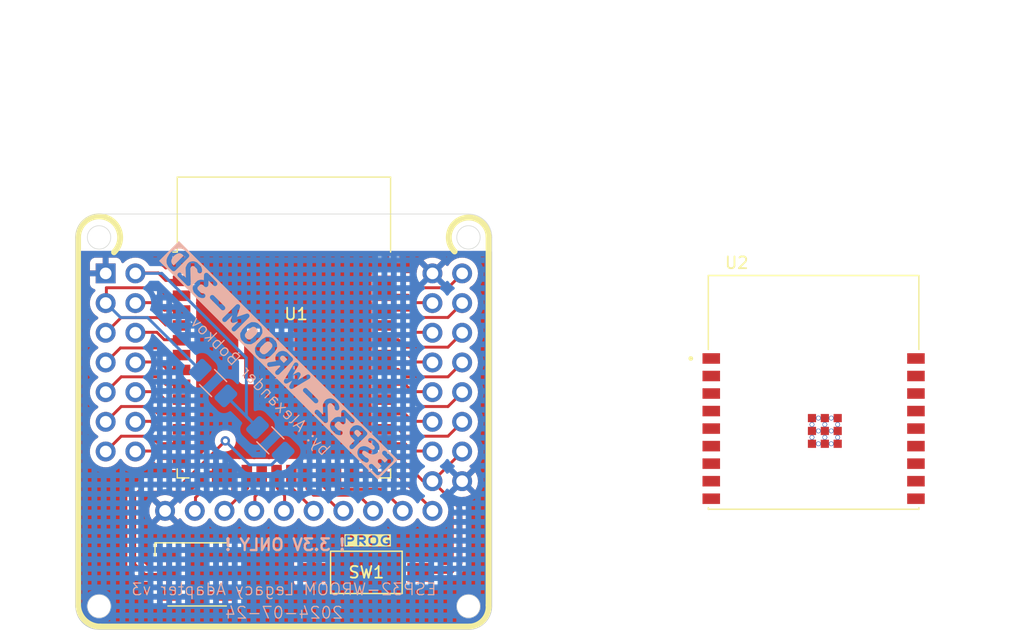
<source format=kicad_pcb>
(kicad_pcb (version 20240108) (generator "pcbnew") (generator_version "8.0")
  (layers (0 "F.Cu" signal) (31 "B.Cu" signal) (34 "B.Paste" user) (35 "F.Paste" user) (36 "B.SilkS" user "B.Silkscreen") (37 "F.SilkS" user "F.Silkscreen") (38 "B.Mask" user) (39 "F.Mask" user) (44 "Edge.Cuts" user))
  (net 0 "")
  (net 1 "GND")
  (net 2 "unconnected-(U1-SENSOR_VP-Pad4)")
  (net 3 "unconnected-(U1-SENSOR_VN-Pad5)")
  (net 4 "unconnected-(U1-IO34-Pad6)")
  (net 5 "unconnected-(U1-IO35-Pad7)")
  (net 6 "unconnected-(U1-IO32-Pad8)")
  (net 7 "unconnected-(U1-IO33-Pad9)")
  (net 8 "unconnected-(U1-IO25-Pad10)")
  (net 9 "unconnected-(U1-IO26-Pad11)")
  (net 10 "unconnected-(U1-IO27-Pad12)")
  (net 11 "unconnected-(U1-IO14-Pad13)")
  (net 12 "unconnected-(U1-IO12-Pad14)")
  (net 13 "unconnected-(U1-IO13-Pad16)")
  (net 14 "unconnected-(U1-SHD{slash}SD2-Pad17)")
  (net 15 "unconnected-(U1-SWP{slash}SD3-Pad18)")
  (net 16 "unconnected-(U1-SCS{slash}CMD-Pad19)")
  (net 17 "unconnected-(U1-SCK{slash}CLK-Pad20)")
  (net 18 "unconnected-(U1-SDO{slash}SD0-Pad21)")
  (net 19 "unconnected-(U1-SDI{slash}SD1-Pad22)")
  (net 20 "unconnected-(U1-IO15-Pad23)")
  (net 21 "unconnected-(U1-IO2-Pad24)")
  (net 22 "unconnected-(U1-IO4-Pad26)")
  (net 23 "unconnected-(U1-IO16-Pad27)")
  (net 24 "unconnected-(U1-IO17-Pad28)")
  (net 25 "unconnected-(U1-IO5-Pad29)")
  (net 26 "unconnected-(U1-IO18-Pad30)")
  (net 27 "unconnected-(U1-IO19-Pad31)")
  (net 28 "unconnected-(U1-NC-Pad32)")
  (net 29 "unconnected-(U1-IO21-Pad33)")
  (net 30 "unconnected-(U1-RXD0{slash}IO3-Pad34)")
  (net 31 "unconnected-(U1-TXD0{slash}IO1-Pad35)")
  (net 32 "unconnected-(U1-IO22-Pad36)")
  (net 33 "unconnected-(U1-IO23-Pad37)")
  (net 34 "+3V3")
  (net 36 "Net-(D1-AB)")
  (net 37 "Net-(U1-EN)")
  (net 38 "/GPIO0")
  (net 39 "GND__17")
  (net 40 "GND__1")
  (footprint "Alexander Footprint Library:LED_5050-6" (layer "F.Cu") (at 152.54 107.075)
    (property "Reference" "D1" (hide yes))
    (property "Value" "LED_SMD_5050")
    (fp_line (start -3.6 -2.7) (end 2.5 -2.7) (stroke (width 0.12)) (layer "F.SilkS"))
    (fp_line (start -3.6 -1.6) (end -3.6 -2.7) (stroke (width 0.12)) (layer "F.SilkS"))
    (fp_line (start 2.5 2.7) (end -2.5 2.7) (stroke (width 0.12)) (layer "F.SilkS"))
    (pad "1" smd rect (at -2.4 -1.7 90) (size 1.1 2) (layers "F.Cu" "F.Paste" "F.Mask") (net 36 "Net-(D1-AB)"))
    (pad "2" smd rect (at -2.4 0 90) (size 1.1 2) (layers "F.Cu" "F.Paste" "F.Mask") (net 36 "Net-(D1-AB)"))
    (pad "3" smd rect (at -2.4 1.7 90) (size 1.1 2) (layers "F.Cu" "F.Paste" "F.Mask") (net 36 "Net-(D1-AB)"))
    (pad "4" smd rect (at 2.4 1.7 90) (size 1.1 2) (layers "F.Cu" "F.Paste" "F.Mask") (net 1 "GND"))
    (pad "5" smd rect (at 2.4 0 90) (size 1.1 2) (layers "F.Cu" "F.Paste" "F.Mask") (net 1 "GND"))
    (pad "6" smd rect (at 2.4 -1.7 90) (size 1.1 2) (layers "F.Cu" "F.Paste" "F.Mask") (net 1 "GND"))
  )
  (footprint "Alexander Footprint Library:SW_SPST_6x3" (layer "F.Cu") (at 167.01 106.9 180)
    (property "Reference" "SW1" (at 0 0 0) (layer "F.SilkS"))
    (property "Value" "SW_Push")
    (fp_line (start 3.06 1.81) (end -3.06 1.81) (stroke (width 0.12)) (layer "F.SilkS"))
    (fp_line (start 3.06 -1.81) (end 3.06 1.81) (stroke (width 0.12)) (layer "F.SilkS"))
    (fp_line (start -3.06 1.81) (end -3.06 -1.81) (stroke (width 0.12)) (layer "F.SilkS"))
    (fp_line (start -3.06 -1.81) (end 3.06 -1.81) (stroke (width 0.12)) (layer "F.SilkS"))
    (pad "1" smd rect (at -4.59 0 180) (size 2.18 1.6) (layers "F.Cu" "F.Paste" "F.Mask") (net 38 "/GPIO0"))
    (pad "2" smd rect (at 4.59 0 180) (size 2.18 1.6) (layers "F.Cu" "F.Paste" "F.Mask") (net 1 "GND"))
  )
  (footprint "Alexander Footprint Library:ESP32-WROOM-Adapter-Legacy-v3" (layer "F.Cu") (at 159.96 88.94)
    (property "Reference" "U1" (at 1.04 -4.14 0) (layer "F.SilkS"))
    (property "Value" "ESP32-WROOM-32D")
    (fp_line (start -17.6 -10.6854) (end -17.6 20.9) (stroke (width 0.5)) (layer "F.SilkS"))
    (fp_line (start -9.12 -15.86) (end -9.12 -9.445) (stroke (width 0.12)) (layer "F.SilkS"))
    (fp_line (start -9.12 -15.86) (end 9.12 -15.86) (stroke (width 0.12)) (layer "F.SilkS"))
    (fp_line (start -9.12 -9.445) (end -9.5 -9.445) (stroke (width 0.12)) (layer "F.SilkS"))
    (fp_line (start -9.12 9.1) (end -9.12 9.88) (stroke (width 0.12)) (layer "F.SilkS"))
    (fp_line (start -9.12 9.88) (end -8.12 9.88) (stroke (width 0.12)) (layer "F.SilkS"))
    (fp_line (start 9.12 -15.86) (end 9.12 -9.445) (stroke (width 0.12)) (layer "F.SilkS"))
    (fp_line (start 9.12 9.1) (end 9.12 9.88) (stroke (width 0.12)) (layer "F.SilkS"))
    (fp_line (start 9.12 9.88) (end 8.12 9.88) (stroke (width 0.12)) (layer "F.SilkS"))
    (fp_line (start 15.8854 22.6) (end -15.7 22.6) (stroke (width 0.5)) (layer "F.SilkS"))
    (fp_line (start 17.5 -10.8) (end 17.5 20.7854) (stroke (width 0.5)) (layer "F.SilkS"))
    (fp_arc (start -17.6 -10.6854) (mid -15.117897 -12.365818) (end -14.527166 -9.427166) (stroke (width 0.5)) (layer "F.SilkS"))
    (fp_arc (start -15.700001 22.60263) (mid -17.00953 22.080265) (end -17.6 20.8) (stroke (width 0.5)) (layer "F.SilkS"))
    (fp_arc (start 14.595841 -9.495841) (mid 15.102381 -12.253488) (end 17.499999 -10.8) (stroke (width 0.5)) (layer "F.SilkS"))
    (fp_arc (start 17.5 20.7854) (mid 17.071898 22.033759) (end 15.880748 22.601944) (stroke (width 0.5)) (layer "F.SilkS"))
    (fp_line (start -17.8054 20.86) (end -17.8054 -10.7) (stroke (width 0.05)) (layer "Edge.Cuts"))
    (fp_line (start -15.8054 -12.7) (end 15.78 -12.7) (stroke (width 0.05)) (layer "Edge.Cuts"))
    (fp_line (start 15.78 22.86) (end -15.8054 22.86) (stroke (width 0.05)) (layer "Edge.Cuts"))
    (fp_line (start 17.78 -10.7) (end 17.78 20.86) (stroke (width 0.05)) (layer "Edge.Cuts"))
    (fp_arc (start -17.8054 -10.7) (mid -17.219614 -12.114214) (end -15.8054 -12.7) (stroke (width 0.05)) (layer "Edge.Cuts"))
    (fp_arc (start -15.8054 22.86) (mid -17.219614 22.274214) (end -17.8054 20.86) (stroke (width 0.05)) (layer "Edge.Cuts"))
    (fp_arc (start 15.78 -12.7) (mid 17.194214 -12.114214) (end 17.78 -10.7) (stroke (width 0.05)) (layer "Edge.Cuts"))
    (fp_arc (start 17.78 20.86) (mid 17.194214 22.274214) (end 15.78 22.86) (stroke (width 0.05)) (layer "Edge.Cuts"))
    (fp_circle (center -15.805401 -10.700001) (end -14.805401 -10.700001) (stroke (width 0.05)) (fill none) (layer "Edge.Cuts"))
    (fp_circle (center -15.805401 20.860001) (end -14.805401 20.860001) (stroke (width 0.05)) (fill none) (layer "Edge.Cuts"))
    (fp_circle (center 15.78 -10.7) (end 16.78 -10.7) (stroke (width 0.05)) (fill none) (layer "Edge.Cuts"))
    (fp_circle (center 15.78 20.86) (end 16.78 20.86) (stroke (width 0.05)) (fill none) (layer "Edge.Cuts"))
    (fp_text user "2024-07-24" (at 0 22 0) (layer "B.SilkS") (effects (font (thickness 0.1)) (justify bottom mirror)))
    (fp_text user "! 3.3V ONLY !" (at 0.1 15.6 0) (layer "B.SilkS") (effects (font (thickness 0.2) (bold yes)) (justify mirror)))
    (fp_text user "by: Alexander Bobkov" (at -2 2 -45) (layer "B.SilkS") (effects (font (thickness 0.1)) (justify mirror)))
    (fp_text user "ESP32-WROOM-32D" (at -0.5 -0.1 -45) (layer "B.SilkS" knockout) (effects (font (size 1.6 1.7) (thickness 0.4) (bold yes)) (justify mirror)))
    (fp_text user "ESP32-WROOM Legacy Adapter v3" (at 0 20 0) (layer "B.SilkS") (effects (font (thickness 0.1)) (justify bottom mirror)))
    (pad "1" thru_hole rect (at -15.24 -7.62) (size 1.7 1.7) (drill 1) (layers "*.Cu" "*.Mask") (net 1 "GND"))
    (pad "1" smd rect (at -8.75 -8.25) (size 1.5 0.9) (layers "F.Cu" "F.Paste" "F.Mask") (net 1 "GND"))
    (pad "2" thru_hole circle (at -12.7 -7.62) (size 1.7 1.7) (drill 1) (layers "*.Cu" "*.Mask") (net 34 "+3V3"))
    (pad "2" smd rect (at -8.75 -6.98) (size 1.5 0.9) (layers "F.Cu" "F.Paste" "F.Mask") (net 34 "+3V3"))
    (pad "3" thru_hole circle (at -15.24 -5.08) (size 1.7 1.7) (drill 1) (layers "*.Cu" "*.Mask") (net 37 "Net-(U1-EN)"))
    (pad "3" smd rect (at -8.75 -5.71) (size 1.5 0.9) (layers "F.Cu" "F.Paste" "F.Mask") (net 37 "Net-(U1-EN)"))
    (pad "4" thru_hole circle (at -12.7 -5.08) (size 1.7 1.7) (drill 1) (layers "*.Cu" "*.Mask") (net 2 "unconnected-(U1-SENSOR_VP-Pad4)"))
    (pad "4" smd rect (at -8.75 -4.44) (size 1.5 0.9) (layers "F.Cu" "F.Paste" "F.Mask") (net 2 "unconnected-(U1-SENSOR_VP-Pad4)"))
    (pad "5" thru_hole circle (at -15.24 -2.54) (size 1.7 1.7) (drill 1) (layers "*.Cu" "*.Mask") (net 3 "unconnected-(U1-SENSOR_VN-Pad5)"))
    (pad "5" smd rect (at -8.75 -3.17) (size 1.5 0.9) (layers "F.Cu" "F.Paste" "F.Mask") (net 3 "unconnected-(U1-SENSOR_VN-Pad5)"))
    (pad "6" thru_hole circle (at -12.7 -2.54) (size 1.7 1.7) (drill 1) (layers "*.Cu" "*.Mask") (net 4 "unconnected-(U1-IO34-Pad6)"))
    (pad "6" smd rect (at -8.75 -1.9) (size 1.5 0.9) (layers "F.Cu" "F.Paste" "F.Mask") (net 4 "unconnected-(U1-IO34-Pad6)"))
    (pad "7" thru_hole circle (at -15.24 0) (size 1.7 1.7) (drill 1) (layers "*.Cu" "*.Mask") (net 5 "unconnected-(U1-IO35-Pad7)"))
    (pad "7" smd rect (at -8.75 -0.63) (size 1.5 0.9) (layers "F.Cu" "F.Paste" "F.Mask") (net 5 "unconnected-(U1-IO35-Pad7)"))
    (pad "8" thru_hole circle (at -12.7 0) (size 1.7 1.7) (drill 1) (layers "*.Cu" "*.Mask") (net 6 "unconnected-(U1-IO32-Pad8)"))
    (pad "8" smd rect (at -8.75 0.64) (size 1.5 0.9) (layers "F.Cu" "F.Paste" "F.Mask") (net 6 "unconnected-(U1-IO32-Pad8)"))
    (pad "9" thru_hole circle (at -15.24 2.54) (size 1.7 1.7) (drill 1) (layers "*.Cu" "*.Mask") (net 7 "unconnected-(U1-IO33-Pad9)"))
    (pad "9" smd rect (at -8.75 1.91) (size 1.5 0.9) (layers "F.Cu" "F.Paste" "F.Mask") (net 7 "unconnected-(U1-IO33-Pad9)"))
    (pad "10" thru_hole circle (at -12.7 2.54) (size 1.7 1.7) (drill 1) (layers "*.Cu" "*.Mask") (net 8 "unconnected-(U1-IO25-Pad10)"))
    (pad "10" smd rect (at -8.75 3.18) (size 1.5 0.9) (layers "F.Cu" "F.Paste" "F.Mask") (net 8 "unconnected-(U1-IO25-Pad10)"))
    (pad "11" thru_hole circle (at -15.24 5.08) (size 1.7 1.7) (drill 1) (layers "*.Cu" "*.Mask") (net 9 "unconnected-(U1-IO26-Pad11)"))
    (pad "11" smd rect (at -8.75 4.45) (size 1.5 0.9) (layers "F.Cu" "F.Paste" "F.Mask") (net 9 "unconnected-(U1-IO26-Pad11)"))
    (pad "12" thru_hole circle (at -12.7 5.08) (size 1.7 1.7) (drill 1) (layers "*.Cu" "*.Mask") (net 10 "unconnected-(U1-IO27-Pad12)"))
    (pad "12" smd rect (at -8.75 5.72) (size 1.5 0.9) (layers "F.Cu" "F.Paste" "F.Mask") (net 10 "unconnected-(U1-IO27-Pad12)"))
    (pad "13" thru_hole circle (at -15.24 7.62) (size 1.7 1.7) (drill 1) (layers "*.Cu" "*.Mask") (net 11 "unconnected-(U1-IO14-Pad13)"))
    (pad "13" smd rect (at -8.75 6.99) (size 1.5 0.9) (layers "F.Cu" "F.Paste" "F.Mask") (net 11 "unconnected-(U1-IO14-Pad13)"))
    (pad "14" thru_hole circle (at -12.7 7.62) (size 1.7 1.7) (drill 1) (layers "*.Cu" "*.Mask") (net 12 "unconnected-(U1-IO12-Pad14)"))
    (pad "14" smd rect (at -8.75 8.26) (size 1.5 0.9) (layers "F.Cu" "F.Paste" "F.Mask") (net 12 "unconnected-(U1-IO12-Pad14)"))
    (pad "15" thru_hole circle (at -10.16 12.7) (size 1.7 1.7) (drill 1) (layers "*.Cu" "*.Mask") (net 1 "GND"))
    (pad "15" smd rect (at -5.71 9.51 90) (size 1.5 0.9) (layers "F.Cu" "F.Paste" "F.Mask") (net 1 "GND"))
    (pad "16" thru_hole circle (at -7.62 12.7) (size 1.7 1.7) (drill 1) (layers "*.Cu" "*.Mask") (net 13 "unconnected-(U1-IO13-Pad16)"))
    (pad "16" smd rect (at -4.44 9.51 90) (size 1.5 0.9) (layers "F.Cu" "F.Paste" "F.Mask") (net 13 "unconnected-(U1-IO13-Pad16)"))
    (pad "17" thru_hole circle (at -5.08 12.7) (size 1.7 1.7) (drill 1) (layers "*.Cu" "*.Mask") (net 14 "unconnected-(U1-SHD{slash}SD2-Pad17)"))
    (pad "17" smd rect (at -3.17 9.51 90) (size 1.5 0.9) (layers "F.Cu" "F.Paste" "F.Mask") (net 14 "unconnected-(U1-SHD{slash}SD2-Pad17)"))
    (pad "18" thru_hole circle (at -2.54 12.7) (size 1.7 1.7) (drill 1) (layers "*.Cu" "*.Mask") (net 15 "unconnected-(U1-SWP{slash}SD3-Pad18)"))
    (pad "18" smd rect (at -1.9 9.51 90) (size 1.5 0.9) (layers "F.Cu" "F.Paste" "F.Mask") (net 15 "unconnected-(U1-SWP{slash}SD3-Pad18)"))
    (pad "19" smd rect (at -0.63 9.51 90) (size 1.5 0.9) (layers "F.Cu" "F.Paste" "F.Mask") (net 16 "unconnected-(U1-SCS{slash}CMD-Pad19)"))
    (pad "19" thru_hole circle (at 0 12.7) (size 1.7 1.7) (drill 1) (layers "*.Cu" "*.Mask") (net 16 "unconnected-(U1-SCS{slash}CMD-Pad19)"))
    (pad "20" smd rect (at 0.64 9.51 90) (size 1.5 0.9) (layers "F.Cu" "F.Paste" "F.Mask") (net 17 "unconnected-(U1-SCK{slash}CLK-Pad20)"))
    (pad "20" thru_hole circle (at 2.54 12.7) (size 1.7 1.7) (drill 1) (layers "*.Cu" "*.Mask") (net 17 "unconnected-(U1-SCK{slash}CLK-Pad20)"))
    (pad "21" smd rect (at 1.91 9.51 90) (size 1.5 0.9) (layers "F.Cu" "F.Paste" "F.Mask") (net 18 "unconnected-(U1-SDO{slash}SD0-Pad21)"))
    (pad "21" thru_hole circle (at 5.08 12.7) (size 1.7 1.7) (drill 1) (layers "*.Cu" "*.Mask") (net 18 "unconnected-(U1-SDO{slash}SD0-Pad21)"))
    (pad "22" smd rect (at 3.18 9.51 90) (size 1.5 0.9) (layers "F.Cu" "F.Paste" "F.Mask") (net 19 "unconnected-(U1-SDI{slash}SD1-Pad22)"))
    (pad "22" thru_hole circle (at 7.62 12.7) (size 1.7 1.7) (drill 1) (layers "*.Cu" "*.Mask") (net 19 "unconnected-(U1-SDI{slash}SD1-Pad22)"))
    (pad "23" smd rect (at 4.45 9.51 90) (size 1.5 0.9) (layers "F.Cu" "F.Paste" "F.Mask") (net 20 "unconnected-(U1-IO15-Pad23)"))
    (pad "23" thru_hole circle (at 10.16 12.7) (size 1.7 1.7) (drill 1) (layers "*.Cu" "*.Mask") (net 20 "unconnected-(U1-IO15-Pad23)"))
    (pad "24" smd rect (at 5.72 9.51 90) (size 1.5 0.9) (layers "F.Cu" "F.Paste" "F.Mask") (net 21 "unconnected-(U1-IO2-Pad24)"))
    (pad "24" thru_hole circle (at 12.7 12.7) (size 1.7 1.7) (drill 1) (layers "*.Cu" "*.Mask") (net 21 "unconnected-(U1-IO2-Pad24)"))
    (pad "25" smd rect (at 8.75 8.26) (size 1.5 0.9) (layers "F.Cu" "F.Paste" "F.Mask") (net 38 "/GPIO0"))
    (pad "25" thru_hole circle (at 12.7 10.16) (size 1.7 1.7) (drill 1) (layers "*.Cu" "*.Mask") (net 38 "/GPIO0"))
    (pad "25" thru_hole circle (at 15.24 7.62) (size 1.7 1.7) (drill 1) (layers "*.Cu" "*.Mask") (net 38 "/GPIO0"))
    (pad "26" smd rect (at 8.75 6.99) (size 1.5 0.9) (layers "F.Cu" "F.Paste" "F.Mask") (net 22 "unconnected-(U1-IO4-Pad26)"))
    (pad "26" thru_hole circle (at 12.7 7.62) (size 1.7 1.7) (drill 1) (layers "*.Cu" "*.Mask") (net 22 "unconnected-(U1-IO4-Pad26)"))
    (pad "27" smd rect (at 8.75 5.72) (size 1.5 0.9) (layers "F.Cu" "F.Paste" "F.Mask") (net 23 "unconnected-(U1-IO16-Pad27)"))
    (pad "27" thru_hole circle (at 15.24 5.08) (size 1.7 1.7) (drill 1) (layers "*.Cu" "*.Mask") (net 23 "unconnected-(U1-IO16-Pad27)"))
    (pad "28" smd rect (at 8.75 4.45) (size 1.5 0.9) (layers "F.Cu" "F.Paste" "F.Mask") (net 24 "unconnected-(U1-IO17-Pad28)"))
    (pad "28" thru_hole circle (at 12.7 5.08) (size 1.7 1.7) (drill 1) (layers "*.Cu" "*.Mask") (net 24 "unconnected-(U1-IO17-Pad28)"))
    (pad "29" smd rect (at 8.75 3.18) (size 1.5 0.9) (layers "F.Cu" "F.Paste" "F.Mask") (net 25 "unconnected-(U1-IO5-Pad29)"))
    (pad "29" thru_hole circle (at 15.24 2.54) (size 1.7 1.7) (drill 1) (layers "*.Cu" "*.Mask") (net 25 "unconnected-(U1-IO5-Pad29)"))
    (pad "30" smd rect (at 8.75 1.91) (size 1.5 0.9) (layers "F.Cu" "F.Paste" "F.Mask") (net 26 "unconnected-(U1-IO18-Pad30)"))
    (pad "30" thru_hole circle (at 12.7 2.54) (size 1.7 1.7) (drill 1) (layers "*.Cu" "*.Mask") (net 26 "unconnected-(U1-IO18-Pad30)"))
    (pad "31" smd rect (at 8.75 0.64) (size 1.5 0.9) (layers "F.Cu" "F.Paste" "F.Mask") (net 27 "unconnected-(U1-IO19-Pad31)"))
    (pad "31" thru_hole circle (at 15.24 0) (size 1.7 1.7) (drill 1) (layers "*.Cu" "*.Mask") (net 27 "unconnected-(U1-IO19-Pad31)"))
    (pad "32" smd rect (at 8.75 -0.63) (size 1.5 0.9) (layers "F.Cu" "F.Paste" "F.Mask") (net 28 "unconnected-(U1-NC-Pad32)"))
    (pad "32" thru_hole circle (at 12.7 0) (size 1.7 1.7) (drill 1) (layers "*.Cu" "*.Mask"))
    (pad "33" smd rect (at 8.75 -1.9) (size 1.5 0.9) (layers "F.Cu" "F.Paste" "F.Mask") (net 29 "unconnected-(U1-IO21-Pad33)"))
    (pad "33" thru_hole circle (at 15.24 -2.54) (size 1.7 1.7) (drill 1) (layers "*.Cu" "*.Mask") (net 29 "unconnected-(U1-IO21-Pad33)"))
    (pad "34" smd rect (at 8.75 -3.17) (size 1.5 0.9) (layers "F.Cu" "F.Paste" "F.Mask") (net 30 "unconnected-(U1-RXD0{slash}IO3-Pad34)"))
    (pad "34" thru_hole circle (at 12.7 -2.54) (size 1.7 1.7) (drill 1) (layers "*.Cu" "*.Mask") (net 30 "unconnected-(U1-RXD0{slash}IO3-Pad34)"))
    (pad "35" smd rect (at 8.75 -4.44) (size 1.5 0.9) (layers "F.Cu" "F.Paste" "F.Mask") (net 31 "unconnected-(U1-TXD0{slash}IO1-Pad35)"))
    (pad "35" thru_hole circle (at 15.24 -5.08) (size 1.7 1.7) (drill 1) (layers "*.Cu" "*.Mask") (net 31 "unconnected-(U1-TXD0{slash}IO1-Pad35)"))
    (pad "36" smd rect (at 8.75 -5.71) (size 1.5 0.9) (layers "F.Cu" "F.Paste" "F.Mask") (net 32 "unconnected-(U1-IO22-Pad36)"))
    (pad "36" thru_hole circle (at 12.7 -5.08) (size 1.7 1.7) (drill 1) (layers "*.Cu" "*.Mask") (net 32 "unconnected-(U1-IO22-Pad36)"))
    (pad "37" smd rect (at 8.75 -6.98) (size 1.5 0.9) (layers "F.Cu" "F.Paste" "F.Mask") (net 33 "unconnected-(U1-IO23-Pad37)"))
    (pad "37" thru_hole circle (at 15.24 -7.62) (size 1.7 1.7) (drill 1) (layers "*.Cu" "*.Mask") (net 33 "unconnected-(U1-IO23-Pad37)"))
    (pad "38" smd rect (at 8.75 -8.25) (size 1.5 0.9) (layers "F.Cu" "F.Paste" "F.Mask") (net 1 "GND"))
    (pad "38" thru_hole circle (at 12.7 -7.62) (size 1.7 1.7) (drill 1) (layers "*.Cu" "*.Mask") (net 1 "GND"))
    (pad "38" thru_hole circle (at 15.24 10.16) (size 1.7 1.7) (drill 1) (layers "*.Cu" "*.Mask") (net 1 "GND"))
    (pad "39" smd rect (at -1.5 -0.53) (size 3.8 3.8) (layers "F.Cu" "F.Mask") (net 1 "GND"))
    (zone (net 0) (net_name "") (layers "*.Cu") (connect_pads (clearance 0)) (min_thickness 0.254)
      (keepout (tracks not_allowed) (vias not_allowed) (pads not_allowed) (copperpour not_allowed) (footprints not_allowed))
      (fill (thermal_gap 0.508) (thermal_bridge_width 0.508))
      (polygon (pts (xy 135.96 79.39) (xy 183.96 79.39) (xy 183.96 58.2) (xy 135.96 58.2)))
    )
  )
  (footprint "Alexander Footprint Library:ESP32-C3-WROOM-02-H4" (layer "F.Cu") (at 205.25 91.5)
    (property "Reference" "U2" (at -6.575 -11.085 0) (layer "F.SilkS"))
    (property "Value" "ESP32-C3-WROOM-02-N4")
    (fp_line (start -9 -10) (end -9 -3.67) (stroke (width 0.127)) (layer "F.SilkS"))
    (fp_line (start -9 10) (end -9 9.87) (stroke (width 0.127)) (layer "F.SilkS"))
    (fp_line (start -9 10) (end 9 10) (stroke (width 0.127)) (layer "F.SilkS"))
    (fp_line (start 9 -10) (end -9 -10) (stroke (width 0.127)) (layer "F.SilkS"))
    (fp_line (start 9 -3.67) (end 9 -10) (stroke (width 0.127)) (layer "F.SilkS"))
    (fp_line (start 9 10) (end 9 9.87) (stroke (width 0.127)) (layer "F.SilkS"))
    (fp_circle (center -10.5 -2.9) (end -10.4 -2.9) (stroke (width 0.2)) (fill none) (layer "F.SilkS"))
    (pad "1" smd rect (at -8.75 -2.9) (size 1.5 0.9) (layers "F.Cu" "F.Paste" "F.Mask"))
    (pad "2" smd rect (at -8.75 -1.4) (size 1.5 0.9) (layers "F.Cu" "F.Paste" "F.Mask"))
    (pad "3" smd rect (at -8.75 0.1) (size 1.5 0.9) (layers "F.Cu" "F.Paste" "F.Mask"))
    (pad "4" smd rect (at -8.75 1.6) (size 1.5 0.9) (layers "F.Cu" "F.Paste" "F.Mask"))
    (pad "5" smd rect (at -8.75 3.1) (size 1.5 0.9) (layers "F.Cu" "F.Paste" "F.Mask"))
    (pad "6" smd rect (at -8.75 4.6) (size 1.5 0.9) (layers "F.Cu" "F.Paste" "F.Mask"))
    (pad "7" smd rect (at -8.75 6.1) (size 1.5 0.9) (layers "F.Cu" "F.Paste" "F.Mask"))
    (pad "8" smd rect (at -8.75 7.6) (size 1.5 0.9) (layers "F.Cu" "F.Paste" "F.Mask"))
    (pad "9" smd rect (at -8.75 9.1) (size 1.5 0.9) (layers "F.Cu" "F.Paste" "F.Mask") (net 40 "GND__1"))
    (pad "10" smd rect (at 8.75 9.1) (size 1.5 0.9) (layers "F.Cu" "F.Paste" "F.Mask"))
    (pad "11" smd rect (at 8.75 7.6) (size 1.5 0.9) (layers "F.Cu" "F.Paste" "F.Mask"))
    (pad "12" smd rect (at 8.75 6.1) (size 1.5 0.9) (layers "F.Cu" "F.Paste" "F.Mask"))
    (pad "13" smd rect (at 8.75 4.6) (size 1.5 0.9) (layers "F.Cu" "F.Paste" "F.Mask"))
    (pad "14" smd rect (at 8.75 3.1) (size 1.5 0.9) (layers "F.Cu" "F.Paste" "F.Mask"))
    (pad "15" smd rect (at 8.75 1.6) (size 1.5 0.9) (layers "F.Cu" "F.Paste" "F.Mask"))
    (pad "16" smd rect (at 8.75 0.1) (size 1.5 0.9) (layers "F.Cu" "F.Paste" "F.Mask"))
    (pad "17" smd rect (at 8.75 -1.4) (size 1.5 0.9) (layers "F.Cu" "F.Paste" "F.Mask"))
    (pad "18" smd rect (at 8.75 -2.9) (size 1.5 0.9) (layers "F.Cu" "F.Paste" "F.Mask"))
    (pad "19" smd rect (at -0.14 2.2) (size 0.7 0.7) (layers "F.Cu" "F.Paste" "F.Mask") (net 40 "GND__1"))
    (pad "20" smd rect (at 0.96 2.2) (size 0.7 0.7) (layers "F.Cu" "F.Paste" "F.Mask") (net 40 "GND__1"))
    (pad "21" smd rect (at 2.06 2.2) (size 0.7 0.7) (layers "F.Cu" "F.Paste" "F.Mask") (net 40 "GND__1"))
    (pad "22" smd rect (at -0.14 3.3) (size 0.7 0.7) (layers "F.Cu" "F.Paste" "F.Mask") (net 40 "GND__1"))
    (pad "23" smd rect (at 0.96 3.3) (size 0.7 0.7) (layers "F.Cu" "F.Paste" "F.Mask") (net 40 "GND__1"))
    (pad "24" smd rect (at 2.06 3.3) (size 0.7 0.7) (layers "F.Cu" "F.Paste" "F.Mask") (net 40 "GND__1"))
    (pad "25" smd rect (at -0.14 4.4) (size 0.7 0.7) (layers "F.Cu" "F.Paste" "F.Mask") (net 40 "GND__1"))
    (pad "26" smd rect (at 0.96 4.4) (size 0.7 0.7) (layers "F.Cu" "F.Paste" "F.Mask") (net 40 "GND__1"))
    (pad "27" smd rect (at 2.06 4.4) (size 0.7 0.7) (layers "F.Cu" "F.Paste" "F.Mask") (net 40 "GND__1"))
    (pad "28" thru_hole circle (at 0.41 2.2) (size 0.4 0.4) (drill 0.3) (layers "*.Cu") (net 40 "GND__1"))
    (pad "29" thru_hole circle (at 1.51 2.2) (size 0.4 0.4) (drill 0.3) (layers "*.Cu") (net 40 "GND__1"))
    (pad "30" thru_hole circle (at -0.14 2.75) (size 0.4 0.4) (drill 0.3) (layers "*.Cu") (net 40 "GND__1"))
    (pad "31" thru_hole circle (at 0.96 2.75) (size 0.4 0.4) (drill 0.3) (layers "*.Cu") (net 40 "GND__1"))
    (pad "32" thru_hole circle (at 2.06 2.75) (size 0.4 0.4) (drill 0.3) (layers "*.Cu") (net 40 "GND__1"))
    (pad "33" thru_hole circle (at 0.41 3.3) (size 0.4 0.4) (drill 0.3) (layers "*.Cu") (net 40 "GND__1"))
    (pad "34" thru_hole circle (at 1.51 3.3) (size 0.4 0.4) (drill 0.3) (layers "*.Cu") (net 40 "GND__1"))
    (pad "35" thru_hole circle (at -0.14 3.85) (size 0.4 0.4) (drill 0.3) (layers "*.Cu") (net 39 "GND__17"))
    (pad "36" thru_hole circle (at 0.96 3.85) (size 0.4 0.4) (drill 0.3) (layers "*.Cu") (net 39 "GND__17"))
    (pad "37" thru_hole circle (at 2.06 3.85) (size 0.4 0.4) (drill 0.3) (layers "*.Cu") (net 39 "GND__17"))
    (pad "38" thru_hole circle (at 0.41 4.4) (size 0.4 0.4) (drill 0.3) (layers "*.Cu") (net 39 "GND__17"))
    (pad "39" thru_hole circle (at 1.51 4.4) (size 0.4 0.4) (drill 0.3) (layers "*.Cu") (net 39 "GND__17"))
    (zone (net 0) (net_name "") (layer "F.Cu") (connect_pads (clearance 0)) (min_thickness 0.01)
      (keepout (tracks not_allowed) (vias not_allowed) (pads not_allowed) (copperpour not_allowed) (footprints allowed))
      (fill (thermal_gap 0.508) (thermal_bridge_width 0.508))
      (polygon (pts (xy 196.25 81.5) (xy 214.25 81.5) (xy 214.25 87.5) (xy 196.25 87.5)))
    )
    (zone (net 0) (net_name "") (layer "B.Cu") (connect_pads (clearance 0)) (min_thickness 0.01)
      (keepout (tracks not_allowed) (vias not_allowed) (pads not_allowed) (copperpour not_allowed) (footprints allowed))
      (fill (thermal_gap 0.508) (thermal_bridge_width 0.508))
      (polygon (pts (xy 196.25 81.5) (xy 214.25 81.5) (xy 214.25 87.5) (xy 196.25 87.5)))
    )
  )
  (footprint "Resistor_SMD:R_1206_3216Metric_Pad1.30x1.75mm_HandSolder" (layer "B.Cu") (at 153.903984 90.703984 135)
    (property "Reference" "R2" (hide yes))
    (property "Value" "R")
    (fp_line (start 0.727064 -0.91) (end -0.727064 -0.91) (stroke (width 0.12)) (layer "B.SilkS"))
    (fp_line (start 0.727064 0.91) (end -0.727064 0.91) (stroke (width 0.12)) (layer "B.SilkS"))
    (pad "1" smd roundrect (at -1.550001 0 135) (size 1.3 1.75) (layers "B.Cu" "B.Paste" "B.Mask") (roundrect_rratio 0.192308) (net 34 "+3V3"))
    (pad "2" smd roundrect (at 1.550001 0 135) (size 1.3 1.75) (layers "B.Cu" "B.Paste" "B.Mask") (roundrect_rratio 0.192308) (net 37 "Net-(U1-EN)"))
  )
  (footprint "Resistor_SMD:R_1206_3216Metric_Pad1.30x1.75mm_HandSolder" (layer "B.Cu") (at 158.8 95.603984 -45)
    (property "Reference" "R1" (hide yes))
    (property "Value" "R")
    (fp_line (start 0.727064 0.91) (end -0.727064 0.91) (stroke (width 0.12)) (layer "B.SilkS"))
    (fp_line (start 0.727064 -0.91) (end -0.727064 -0.91) (stroke (width 0.12)) (layer "B.SilkS"))
    (pad "1" smd roundrect (at -1.550001 0 315) (size 1.3 1.75) (layers "B.Cu" "B.Paste" "B.Mask") (roundrect_rratio 0.192308) (net 34 "+3V3"))
    (pad "2" smd roundrect (at 1.550001 0 315) (size 1.3 1.75) (layers "B.Cu" "B.Paste" "B.Mask") (roundrect_rratio 0.192308) (net 36 "Net-(D1-AB)"))
  )
  (gr_text "PROG" (at 167.1 104.2 0) (layer "F.SilkS" knockout) (effects (font (size 0.7 1) (thickness 0.175) (bold yes))))
  (segment (start 147.32 83.82) (end 149.098 83.82) (width 0.25) (layer "F.Cu") (net 2))
  (segment (start 149.098 83.82) (end 149.738 84.46) (width 0.25) (layer "F.Cu") (net 2))
  (segment (start 149.738 84.46) (end 151.27 84.46) (width 0.25) (layer "F.Cu") (net 2))
  (segment (start 144.78 86.36) (end 146.04 85.1) (width 0.25) (layer "F.Cu") (net 3))
  (segment (start 149.86 85.73) (end 151.27 85.73) (width 0.25) (layer "F.Cu") (net 3))
  (segment (start 149.23 85.1) (end 149.86 85.73) (width 0.25) (layer "F.Cu") (net 3))
  (segment (start 146.04 85.1) (end 149.23 85.1) (width 0.25) (layer "F.Cu") (net 3))
  (segment (start 149.098 86.36) (end 147.32 86.36) (width 0.25) (layer "F.Cu") (net 4))
  (segment (start 149.738 87) (end 149.098 86.36) (width 0.25) (layer "F.Cu") (net 4))
  (segment (start 151.27 87) (end 149.738 87) (width 0.25) (layer "F.Cu") (net 4))
  (segment (start 145.98 87.7) (end 149.29 87.7) (width 0.25) (layer "F.Cu") (net 5))
  (segment (start 149.86 88.27) (end 151.27 88.27) (width 0.25) (layer "F.Cu") (net 5))
  (segment (start 144.78 88.9) (end 145.98 87.7) (width 0.25) (layer "F.Cu") (net 5))
  (segment (start 149.29 87.7) (end 149.86 88.27) (width 0.25) (layer "F.Cu") (net 5))
  (segment (start 151.27 89.54) (end 149.992 89.54) (width 0.25) (layer "F.Cu") (net 6))
  (segment (start 149.352 88.9) (end 147.32 88.9) (width 0.25) (layer "F.Cu") (net 6))
  (segment (start 149.992 89.54) (end 149.352 88.9) (width 0.25) (layer "F.Cu") (net 6))
  (segment (start 149.22 90.17) (end 149.86 90.81) (width 0.25) (layer "F.Cu") (net 7))
  (segment (start 146.05 90.17) (end 149.22 90.17) (width 0.25) (layer "F.Cu") (net 7))
  (segment (start 144.78 91.44) (end 146.05 90.17) (width 0.25) (layer "F.Cu") (net 7))
  (segment (start 149.86 90.81) (end 151.27 90.81) (width 0.25) (layer "F.Cu") (net 7))
  (segment (start 149.738 92.08) (end 149.098 91.44) (width 0.25) (layer "F.Cu") (net 8))
  (segment (start 151.27 92.08) (end 149.738 92.08) (width 0.25) (layer "F.Cu") (net 8))
  (segment (start 149.098 91.44) (end 147.32 91.44) (width 0.25) (layer "F.Cu") (net 8))
  (segment (start 148.59 92.71) (end 146.05 92.71) (width 0.25) (layer "F.Cu") (net 9))
  (segment (start 149.23 93.35) (end 148.59 92.71) (width 0.25) (layer "F.Cu") (net 9))
  (segment (start 146.05 92.71) (end 144.78 93.98) (width 0.25) (layer "F.Cu") (net 9))
  (segment (start 151.27 93.35) (end 149.23 93.35) (width 0.25) (layer "F.Cu") (net 9))
  (segment (start 151.27 94.62) (end 149.23 94.62) (width 0.25) (layer "F.Cu") (net 10))
  (segment (start 148.59 93.98) (end 147.32 93.98) (width 0.25) (layer "F.Cu") (net 10))
  (segment (start 149.23 94.62) (end 148.59 93.98) (width 0.25) (layer "F.Cu") (net 10))
  (segment (start 144.78 96.52) (end 146.05 95.25) (width 0.25) (layer "F.Cu") (net 11))
  (segment (start 146.05 95.25) (end 148.59 95.25) (width 0.25) (layer "F.Cu") (net 11))
  (segment (start 149.23 95.89) (end 151.27 95.89) (width 0.25) (layer "F.Cu") (net 11))
  (segment (start 148.59 95.25) (end 149.23 95.89) (width 0.25) (layer "F.Cu") (net 11))
  (segment (start 148.844 96.52) (end 147.32 96.52) (width 0.25) (layer "F.Cu") (net 12))
  (segment (start 149.484 97.16) (end 148.844 96.52) (width 0.25) (layer "F.Cu") (net 12))
  (segment (start 151.27 97.16) (end 149.484 97.16) (width 0.25) (layer "F.Cu") (net 12))
  (segment (start 152.4 101.6) (end 152.4 100.5) (width 0.25) (layer "F.Cu") (net 13))
  (segment (start 155.4 100.1) (end 155.58 99.92) (width 0.25) (layer "F.Cu") (net 13))
  (segment (start 152.8 100.1) (end 155.4 100.1) (width 0.25) (layer "F.Cu") (net 13))
  (segment (start 155.58 99.92) (end 155.58 98.41) (width 0.25) (layer "F.Cu") (net 13))
  (segment (start 152.4 100.5) (end 152.8 100.1) (width 0.25) (layer "F.Cu") (net 13))
  (segment (start 154.94 101.6) (end 156.85 99.69) (width 0.25) (layer "F.Cu") (net 14))
  (segment (start 156.85 99.69) (end 156.85 98.41) (width 0.25) (layer "F.Cu") (net 14))
  (segment (start 157.48 100.42) (end 158.12 99.78) (width 0.25) (layer "F.Cu") (net 15))
  (segment (start 158.12 99.78) (end 158.12 98.41) (width 0.25) (layer "F.Cu") (net 15))
  (segment (start 157.48 101.6) (end 157.48 100.42) (width 0.25) (layer "F.Cu") (net 15))
  (segment (start 160.02 101.6) (end 160.02 100.32) (width 0.25) (layer "F.Cu") (net 16))
  (segment (start 159.39 99.69) (end 159.39 98.41) (width 0.25) (layer "F.Cu") (net 16))
  (segment (start 160.02 100.32) (end 159.39 99.69) (width 0.25) (layer "F.Cu") (net 16))
  (segment (start 162.56 101.6) (end 160.66 99.7) (width 0.25) (layer "F.Cu") (net 17))
  (segment (start 160.66 99.7) (end 160.66 98.41) (width 0.25) (layer "F.Cu") (net 17))
  (segment (start 163.4 100.3) (end 162.5 100.3) (width 0.25) (layer "F.Cu") (net 18))
  (segment (start 161.93 99.73) (end 161.93 98.41) (width 0.25) (layer "F.Cu") (net 18))
  (segment (start 164.7 101.6) (end 163.4 100.3) (width 0.25) (layer "F.Cu") (net 18))
  (segment (start 165.1 101.6) (end 164.7 101.6) (width 0.25) (layer "F.Cu") (net 18))
  (segment (start 162.5 100.3) (end 161.93 99.73) (width 0.25) (layer "F.Cu") (net 18))
  (segment (start 164.09 100.3) (end 166.34 100.3) (width 0.25) (layer "F.Cu") (net 19))
  (segment (start 163.2 98.41) (end 163.2 99.41) (width 0.25) (layer "F.Cu") (net 19))
  (segment (start 166.34 100.3) (end 167.64 101.6) (width 0.25) (layer "F.Cu") (net 19))
  (segment (start 163.2 99.41) (end 164.09 100.3) (width 0.25) (layer "F.Cu") (net 19))
  (segment (start 164.47 99.41) (end 164.86 99.8) (width 0.25) (layer "F.Cu") (net 20))
  (segment (start 164.47 98.41) (end 164.47 99.41) (width 0.25) (layer "F.Cu") (net 20))
  (segment (start 168.38 99.8) (end 170.18 101.6) (width 0.25) (layer "F.Cu") (net 20))
  (segment (start 164.86 99.8) (end 168.38 99.8) (width 0.25) (layer "F.Cu") (net 20))
  (segment (start 169.53 98.41) (end 172.72 101.6) (width 0.25) (layer "F.Cu") (net 21))
  (segment (start 165.74 98.41) (end 169.53 98.41) (width 0.25) (layer "F.Cu") (net 21))
  (segment (start 170.942 96.52) (end 172.72 96.52) (width 0.25) (layer "F.Cu") (net 22))
  (segment (start 170.312 95.89) (end 170.942 96.52) (width 0.25) (layer "F.Cu") (net 22))
  (segment (start 168.77 95.89) (end 170.312 95.89) (width 0.25) (layer "F.Cu") (net 22))
  (segment (start 173.99 95.25) (end 175.26 93.98) (width 0.25) (layer "F.Cu") (net 23))
  (segment (start 169.733 94.62) (end 170.363 95.25) (width 0.25) (layer "F.Cu") (net 23))
  (segment (start 170.363 95.25) (end 173.99 95.25) (width 0.25) (layer "F.Cu") (net 23))
  (segment (start 168.77 94.62) (end 169.733 94.62) (width 0.25) (layer "F.Cu") (net 23))
  (segment (start 168.77 93.35) (end 170.312 93.35) (width 0.25) (layer "F.Cu") (net 24))
  (segment (start 170.942 93.98) (end 172.72 93.98) (width 0.25) (layer "F.Cu") (net 24))
  (segment (start 170.312 93.35) (end 170.942 93.98) (width 0.25) (layer "F.Cu") (net 24))
  (segment (start 171.074 92.08) (end 171.704 92.71) (width 0.25) (layer "F.Cu") (net 25))
  (segment (start 173.99 92.71) (end 175.26 91.44) (width 0.25) (layer "F.Cu") (net 25))
  (segment (start 168.77 92.08) (end 171.074 92.08) (width 0.25) (layer "F.Cu") (net 25))
  (segment (start 171.704 92.71) (end 173.99 92.71) (width 0.25) (layer "F.Cu") (net 25))
  (segment (start 170.942 91.44) (end 172.72 91.44) (width 0.25) (layer "F.Cu") (net 26))
  (segment (start 170.312 90.81) (end 170.942 91.44) (width 0.25) (layer "F.Cu") (net 26))
  (segment (start 168.77 90.81) (end 170.312 90.81) (width 0.25) (layer "F.Cu") (net 26))
  (segment (start 173.99 90.17) (end 175.26 88.9) (width 0.25) (layer "F.Cu") (net 27))
  (segment (start 168.77 89.54) (end 169.733 89.54) (width 0.25) (layer "F.Cu") (net 27))
  (segment (start 170.363 90.17) (end 173.99 90.17) (width 0.25) (layer "F.Cu") (net 27))
  (segment (start 169.733 89.54) (end 170.363 90.17) (width 0.25) (layer "F.Cu") (net 27))
  (segment (start 171.196 88.9) (end 172.72 88.9) (width 0.25) (layer "F.Cu") (net 28))
  (segment (start 168.77 88.27) (end 170.566 88.27) (width 0.25) (layer "F.Cu") (net 28))
  (segment (start 170.566 88.27) (end 171.196 88.9) (width 0.25) (layer "F.Cu") (net 28))
  (segment (start 170.363 87.63) (end 173.99 87.63) (width 0.25) (layer "F.Cu") (net 29))
  (segment (start 173.99 87.63) (end 175.26 86.36) (width 0.25) (layer "F.Cu") (net 29))
  (segment (start 168.77 87) (end 169.733 87) (width 0.25) (layer "F.Cu") (net 29))
  (segment (start 169.733 87) (end 170.363 87.63) (width 0.25) (layer "F.Cu") (net 29))
  (segment (start 168.77 85.73) (end 170.566 85.73) (width 0.25) (layer "F.Cu") (net 30))
  (segment (start 170.566 85.73) (end 171.196 86.36) (width 0.25) (layer "F.Cu") (net 30))
  (segment (start 171.196 86.36) (end 172.72 86.36) (width 0.25) (layer "F.Cu") (net 30))
  (segment (start 170.82 84.46) (end 171.45 85.09) (width 0.25) (layer "F.Cu") (net 31))
  (segment (start 173.99 85.09) (end 175.26 83.82) (width 0.25) (layer "F.Cu") (net 31))
  (segment (start 171.45 85.09) (end 173.99 85.09) (width 0.25) (layer "F.Cu") (net 31))
  (segment (start 168.77 84.46) (end 170.82 84.46) (width 0.25) (layer "F.Cu") (net 31))
  (segment (start 168.77 83.19) (end 170.566 83.19) (width 0.25) (layer "F.Cu") (net 32))
  (segment (start 170.566 83.19) (end 171.196 83.82) (width 0.25) (layer "F.Cu") (net 32))
  (segment (start 171.196 83.82) (end 172.72 83.82) (width 0.25) (layer "F.Cu") (net 32))
  (segment (start 173.99 82.55) (end 175.26 81.28) (width 0.25) (layer "F.Cu") (net 33))
  (segment (start 168.77 81.92) (end 170.82 81.92) (width 0.25) (layer "F.Cu") (net 33))
  (segment (start 170.82 81.92) (end 171.45 82.55) (width 0.25) (layer "F.Cu") (net 33))
  (segment (start 171.45 82.55) (end 173.99 82.55) (width 0.25) (layer "F.Cu") (net 33))
  (segment (start 149.22 81.28) (end 149.86 81.92) (width 0.25) (layer "F.Cu") (net 34))
  (segment (start 151.27 81.92) (end 149.86 81.92) (width 0.25) (layer "F.Cu") (net 34))
  (segment (start 147.32 81.28) (end 149.22 81.28) (width 0.25) (layer "F.Cu") (net 34))
  (segment (start 147.26 81.32) (end 149.52 81.32) (width 0.25) (layer "B.Cu") (net 34))
  (segment (start 157.703984 94.503984) (end 157.703984 94.507968) (width 0.25) (layer "B.Cu") (net 34))
  (segment (start 156.75 93.55) (end 157 93.8) (width 0.25) (layer "B.Cu") (net 34))
  (segment (start 149.52 81.32) (end 156.75 88.55) (width 0.25) (layer "B.Cu") (net 34))
  (segment (start 156.75 88.55) (end 156.75 93.55) (width 0.25) (layer "B.Cu") (net 34))
  (segment (start 155 91.8) (end 157.703984 94.503984) (width 0.25) (layer "B.Cu") (net 34))
  (segment (start 151.3 99.3) (end 154.95 95.65) (width 0.25) (layer "F.Cu") (net 36))
  (segment (start 148.2 99.3) (end 151.3 99.3) (width 0.25) (layer "F.Cu") (net 36))
  (segment (start 150.14 107.075) (end 148.075 107.075) (width 0.25) (layer "F.Cu") (net 36))
  (segment (start 150.14 108.775) (end 150.14 107.075) (width 0.5) (layer "F.Cu") (net 36))
  (segment (start 148.075 107.075) (end 147.2 106.2) (width 0.25) (layer "F.Cu") (net 36))
  (segment (start 150.14 107.075) (end 150.14 105.375) (width 0.5) (layer "F.Cu") (net 36))
  (segment (start 147.2 106.2) (end 147.2 100.3) (width 0.25) (layer "F.Cu") (net 36))
  (segment (start 147.2 100.3) (end 148.2 99.3) (width 0.25) (layer "F.Cu") (net 36))
  (via (at 154.95 95.65) (size 0.8) (drill 0.4) (layers "F.Cu" "B.Cu") (net 36))
  (segment (start 154.95 95.65) (end 157 97.7) (width 0.25) (layer "B.Cu") (net 36))
  (segment (start 158.896016 97.7) (end 159.896016 96.7) (width 0.25) (layer "B.Cu") (net 36))
  (segment (start 157 97.7) (end 158.896016 97.7) (width 0.25) (layer "B.Cu") (net 36))
  (segment (start 149.22 82.55) (end 144.78 82.55) (width 0.25) (layer "F.Cu") (net 37))
  (segment (start 149.86 83.19) (end 149.22 82.55) (width 0.25) (layer "F.Cu") (net 37))
  (segment (start 151.27 83.19) (end 149.86 83.19) (width 0.25) (layer "F.Cu") (net 37))
  (segment (start 144.78 82.55) (end 144.78 83.82) (width 0.25) (layer "F.Cu") (net 37))
  (segment (start 152.807968 89.607968) (end 148.3 85.1) (width 0.25) (layer "B.Cu") (net 37))
  (segment (start 144.72 83.82) (end 146 85.1) (width 0.25) (layer "B.Cu") (net 37))
  (segment (start 148.3 85.1) (end 147.3 85.1) (width 0.25) (layer "B.Cu") (net 37))
  (segment (start 146 85.1) (end 147.3 85.1) (width 0.25) (layer "B.Cu") (net 37))
  (segment (start 172.66 99.1) (end 175.1 101.54) (width 0.25) (layer "F.Cu") (net 38))
  (segment (start 171.826 99.06) (end 172.72 99.06) (width 0.25) (layer "F.Cu") (net 38))
  (segment (start 169.926 97.16) (end 171.826 99.06) (width 0.25) (layer "F.Cu") (net 38))
  (segment (start 174.3 106.9) (end 171.6 106.9) (width 0.25) (layer "F.Cu") (net 38))
  (segment (start 175.1 106.1) (end 174.3 106.9) (width 0.25) (layer "F.Cu") (net 38))
  (segment (start 175.1 101.54) (end 175.1 106.1) (width 0.25) (layer "F.Cu") (net 38))
  (segment (start 172.72 99.06) (end 175.26 96.52) (width 0.25) (layer "F.Cu") (net 38))
  (segment (start 168.77 97.16) (end 169.926 97.16) (width 0.25) (layer "F.Cu") (net 38))
  (zone (net 1) (net_name "GND") (layer "F.Cu") (connect_pads (clearance 0.5)) (min_thickness 0.25) (fill yes (thermal_gap 0.5) (thermal_bridge_width 0.5))
    (polygon (pts (xy 142.2 76.2) (xy 177.8 76.2) (xy 177.8 111.8) (xy 142.2 111.7)))
  )
  (zone (net 1) (net_name "GND") (layer "B.Cu") (priority 1) (connect_pads (clearance 0.5)) (min_thickness 0.25) (fill yes (mode hatch) (thermal_gap 0.5) (thermal_bridge_width 0.5) (hatch_thickness 0.5) (hatch_gap 0.3) (hatch_orientation 0) (hatch_border_algorithm hatch_thickness) (hatch_min_hole_area 0.3))
    (polygon (pts (xy 142.1 76.2) (xy 177.8 76.2) (xy 177.8 111.8) (xy 142 111.7)))
  )
)
</source>
